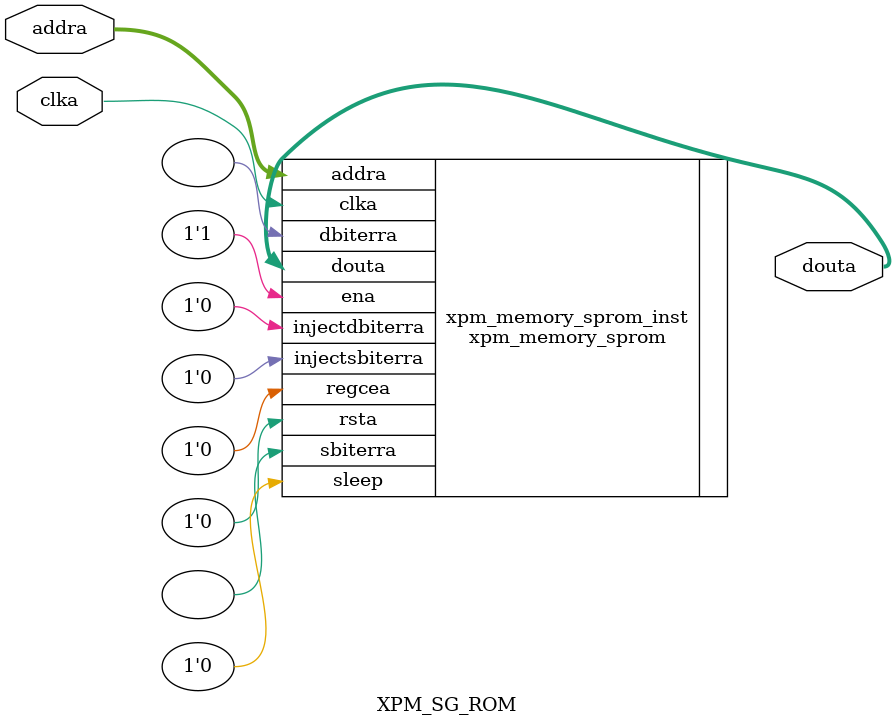
<source format=sv>
module XPM_SG_ROM # (
	parameter		P_ADDR_WIDTH		= 8	,
	parameter		P_DATA_WIDTH		= 8	,
	parameter		P_MEM_INIT_FILE		= ""
)(
	input						clka		,
	input	[P_ADDR_WIDTH-1:0]	addra		,
	output	[P_DATA_WIDTH-1:0]	douta		
);

xpm_memory_sprom #(
	.ADDR_WIDTH_A		( P_ADDR_WIDTH		),
	.AUTO_SLEEP_TIME	( 0					),
	.ECC_MODE			( "no_ecc"			),
	.MEMORY_INIT_FILE	( P_MEM_INIT_FILE	),
	.MEMORY_INIT_PARAM	( ""				),
	.MEMORY_OPTIMIZATION( "true"			),
	.MEMORY_PRIMITIVE	( "distributed"		),
	.MEMORY_SIZE		( (2<<(P_ADDR_WIDTH-1))*P_DATA_WIDTH),
	.MESSAGE_CONTROL	( 0					),
	.READ_DATA_WIDTH_A	( P_DATA_WIDTH		),
	.READ_LATENCY_A		( 1					),
	.READ_RESET_VALUE_A	( "0"				),
	.USE_MEM_INIT		( 0					),
	.WAKEUP_TIME		( "disable_sleep"	)  // String
) xpm_memory_sprom_inst (
	.dbiterra			( 					), // 1-bit output: Leave open.
	.douta				( douta				), // READ_DATA_WIDTH_A-bit output: Data output for port A read operations.
	.sbiterra			( 					), // 1-bit output: Leave open.
	.addra				( addra				), // ADDR_WIDTH_A-bit input: Address for port A read operations.
	.clka				( clka				), // 1-bit input: Clock signal for port A.
	.ena				( 1'b1				), // 1-bit input: Memory enable signal for port A. Must be high on clock
	.injectdbiterra		( 1'b0				), // 1-bit input: Do not change from the provided value.
	.injectsbiterra		( 1'b0				), // 1-bit input: Do not change from the provided value.
	.regcea				( 1'b0				), // 1-bit input: Do not change from the provided value.
	.rsta				( 1'b0				), // 1-bit input: Reset signal for the final port A output register stage.
	.sleep				( 1'b0				)  // 1-bit input: sleep signal to enable the dynamic power saving feature.
);
   
endmodule
</source>
